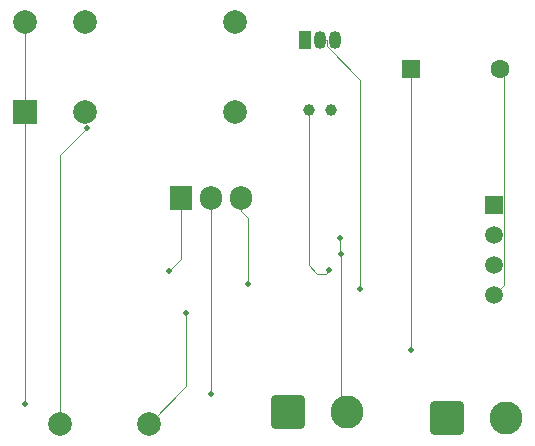
<source format=gbr>
%TF.GenerationSoftware,KiCad,Pcbnew,9.0.0*%
%TF.CreationDate,2025-03-27T13:05:49+05:30*%
%TF.ProjectId,incubator,696e6375-6261-4746-9f72-2e6b69636164,rev?*%
%TF.SameCoordinates,Original*%
%TF.FileFunction,Copper,L2,Bot*%
%TF.FilePolarity,Positive*%
%FSLAX46Y46*%
G04 Gerber Fmt 4.6, Leading zero omitted, Abs format (unit mm)*
G04 Created by KiCad (PCBNEW 9.0.0) date 2025-03-27 13:05:49*
%MOMM*%
%LPD*%
G01*
G04 APERTURE LIST*
G04 Aperture macros list*
%AMRoundRect*
0 Rectangle with rounded corners*
0 $1 Rounding radius*
0 $2 $3 $4 $5 $6 $7 $8 $9 X,Y pos of 4 corners*
0 Add a 4 corners polygon primitive as box body*
4,1,4,$2,$3,$4,$5,$6,$7,$8,$9,$2,$3,0*
0 Add four circle primitives for the rounded corners*
1,1,$1+$1,$2,$3*
1,1,$1+$1,$4,$5*
1,1,$1+$1,$6,$7*
1,1,$1+$1,$8,$9*
0 Add four rect primitives between the rounded corners*
20,1,$1+$1,$2,$3,$4,$5,0*
20,1,$1+$1,$4,$5,$6,$7,0*
20,1,$1+$1,$6,$7,$8,$9,0*
20,1,$1+$1,$8,$9,$2,$3,0*%
G04 Aperture macros list end*
%TA.AperFunction,ComponentPad*%
%ADD10RoundRect,0.250001X-1.149999X-1.149999X1.149999X-1.149999X1.149999X1.149999X-1.149999X1.149999X0*%
%TD*%
%TA.AperFunction,ComponentPad*%
%ADD11C,2.800000*%
%TD*%
%TA.AperFunction,ComponentPad*%
%ADD12R,1.905000X2.000000*%
%TD*%
%TA.AperFunction,ComponentPad*%
%ADD13O,1.905000X2.000000*%
%TD*%
%TA.AperFunction,ComponentPad*%
%ADD14C,1.000000*%
%TD*%
%TA.AperFunction,ComponentPad*%
%ADD15R,1.050000X1.500000*%
%TD*%
%TA.AperFunction,ComponentPad*%
%ADD16O,1.050000X1.500000*%
%TD*%
%TA.AperFunction,ComponentPad*%
%ADD17C,2.000000*%
%TD*%
%TA.AperFunction,ComponentPad*%
%ADD18R,1.600000X1.600000*%
%TD*%
%TA.AperFunction,ComponentPad*%
%ADD19C,1.600000*%
%TD*%
%TA.AperFunction,ComponentPad*%
%ADD20R,1.500000X1.500000*%
%TD*%
%TA.AperFunction,ComponentPad*%
%ADD21C,1.500000*%
%TD*%
%TA.AperFunction,ComponentPad*%
%ADD22R,2.000000X2.000000*%
%TD*%
%TA.AperFunction,ViaPad*%
%ADD23C,0.500380*%
%TD*%
%TA.AperFunction,Conductor*%
%ADD24C,0.020000*%
%TD*%
%TA.AperFunction,Conductor*%
%ADD25C,0.099060*%
%TD*%
G04 APERTURE END LIST*
D10*
%TO.P,Fan,1,Pin_1*%
%TO.N,Net-(J2-Pin_1)*%
X112500000Y-102000000D03*
D11*
%TO.P,Fan,2,Pin_2*%
%TO.N,Net-(J2-Pin_2)*%
X117500000Y-102000000D03*
%TD*%
D12*
%TO.P,Q2,1,G*%
%TO.N,Net-(Q2-G)*%
X89960000Y-83445000D03*
D13*
%TO.P,Q2,2,D*%
%TO.N,Net-(J2-Pin_1)*%
X92500000Y-83445000D03*
%TO.P,Q2,3,S*%
%TO.N,Net-(16Mhz1-Pad2)*%
X95040000Y-83445000D03*
%TD*%
D14*
%TO.P,16Mhz1,1,1*%
%TO.N,Net-(U1-PB6{slash}XTAL1)*%
X100785000Y-75985000D03*
%TO.P,16Mhz1,2,2*%
%TO.N,Net-(16Mhz1-Pad2)*%
X102685000Y-75985000D03*
%TD*%
D15*
%TO.P,Q1,1,C*%
%TO.N,Net-(D1-A)*%
X100500000Y-70000000D03*
D16*
%TO.P,Q1,2,B*%
%TO.N,Net-(Q1-B)*%
X101770000Y-70000000D03*
%TO.P,Q1,3,E*%
%TO.N,Net-(16Mhz1-Pad2)*%
X103040000Y-70000000D03*
%TD*%
D17*
%TO.P,C1,1*%
%TO.N,Net-(16Mhz1-Pad2)*%
X79750000Y-102500000D03*
%TO.P,C1,2*%
%TO.N,Net-(U1-PB7{slash}XTAL2)*%
X87250000Y-102500000D03*
%TD*%
D18*
%TO.P,BZ1,1,+*%
%TO.N,Net-(BZ1-+)*%
X109400000Y-72500000D03*
D19*
%TO.P,BZ1,2,-*%
%TO.N,Net-(16Mhz1-Pad2)*%
X117000000Y-72500000D03*
%TD*%
D10*
%TO.P,Light,1,Pin_1*%
%TO.N,Net-(J1-Pin_1)*%
X99000000Y-101500000D03*
D11*
%TO.P,Light,2,Pin_2*%
%TO.N,Net-(16Mhz1-Pad2)*%
X104000000Y-101500000D03*
%TD*%
D20*
%TO.P,U2,1,VDD*%
%TO.N,Net-(16Mhz1-Pad2)*%
X116500000Y-83960000D03*
D21*
%TO.P,U2,2,DATA*%
%TO.N,Net-(U2-DATA)*%
X116500000Y-86500000D03*
%TO.P,U2,3,NC*%
%TO.N,unconnected-(U2-NC-Pad3)*%
X116500000Y-89040000D03*
%TO.P,U2,4,GND*%
%TO.N,Net-(16Mhz1-Pad2)*%
X116500000Y-91580000D03*
%TD*%
D17*
%TO.P,K1,11*%
%TO.N,unconnected-(K1-Pad11)*%
X94500000Y-76120000D03*
D22*
%TO.P,K1,12*%
%TO.N,Net-(J1-Pin_1)*%
X76720000Y-76120000D03*
D17*
%TO.P,K1,14*%
X76720000Y-68500000D03*
%TO.P,K1,A1*%
%TO.N,Net-(16Mhz1-Pad2)*%
X81800000Y-76120000D03*
%TO.P,K1,A2*%
%TO.N,Net-(D1-A)*%
X81800000Y-68500000D03*
%TO.P,K1,PE*%
%TO.N,N/C*%
X94500000Y-68500000D03*
%TD*%
D23*
%TO.N,Net-(Q1-B)*%
X105150000Y-91078000D03*
%TO.N,Net-(U1-PB6{slash}XTAL1)*%
X102500000Y-89500000D03*
%TO.N,Net-(16Mhz1-Pad2)*%
X82030200Y-77463000D03*
X95657500Y-90665000D03*
X103496600Y-88115900D03*
X103465500Y-86823500D03*
%TO.N,Net-(U1-PB7{slash}XTAL2)*%
X90428800Y-93099900D03*
%TO.N,Net-(Q2-G)*%
X88975800Y-89577700D03*
%TO.N,Net-(BZ1-+)*%
X109400000Y-96285000D03*
%TO.N,Net-(J1-Pin_1)*%
X76720000Y-100825700D03*
%TO.N,Net-(J2-Pin_1)*%
X92500000Y-100027500D03*
%TD*%
D24*
%TO.N,Net-(Q1-B)*%
X102326700Y-70556700D02*
X105150000Y-73380000D01*
X101770000Y-70000000D02*
X102326700Y-70000000D01*
X102326700Y-70000000D02*
X102326700Y-70556700D01*
X105150000Y-73380000D02*
X105150000Y-91078000D01*
%TO.N,Net-(U1-PB6{slash}XTAL1)*%
X102200000Y-89800000D02*
X101472000Y-89800000D01*
X101472000Y-89800000D02*
X100785000Y-89113000D01*
X100785000Y-89113000D02*
X100785000Y-75985000D01*
X102500000Y-89500000D02*
X102200000Y-89800000D01*
%TO.N,Net-(16Mhz1-Pad2)*%
X95657500Y-85094200D02*
X95657500Y-90665000D01*
X95040000Y-83445000D02*
X95040000Y-84476700D01*
X117000000Y-72500000D02*
X117319900Y-72819900D01*
X117319900Y-90760100D02*
X116500000Y-91580000D01*
X103496600Y-100996600D02*
X103496600Y-88115900D01*
X95040000Y-84476700D02*
X95657500Y-85094200D01*
X104000000Y-101500000D02*
X103496600Y-100996600D01*
X82030200Y-77463000D02*
X79750000Y-79743200D01*
X79750000Y-79743200D02*
X79750000Y-102500000D01*
X117319900Y-72819900D02*
X117319900Y-90760100D01*
X103465500Y-88084800D02*
X103465500Y-86823500D01*
X103496600Y-88115900D02*
X103465500Y-88084800D01*
%TO.N,Net-(U1-PB7{slash}XTAL2)*%
X87250000Y-102500000D02*
X90428800Y-99321200D01*
X90428800Y-99321200D02*
X90428800Y-93099900D01*
%TO.N,Net-(Q2-G)*%
X89960000Y-88593500D02*
X88975800Y-89577700D01*
D25*
X89960000Y-83445000D02*
X89960000Y-88593500D01*
D24*
%TO.N,Net-(BZ1-+)*%
X109400000Y-72500000D02*
X109400000Y-96285000D01*
%TO.N,Net-(J1-Pin_1)*%
X76720000Y-68500000D02*
X76720000Y-76120000D01*
X76720000Y-76120000D02*
X76720000Y-100825700D01*
%TO.N,Net-(J2-Pin_1)*%
X92500000Y-83445000D02*
X92500000Y-100027500D01*
%TD*%
M02*

</source>
